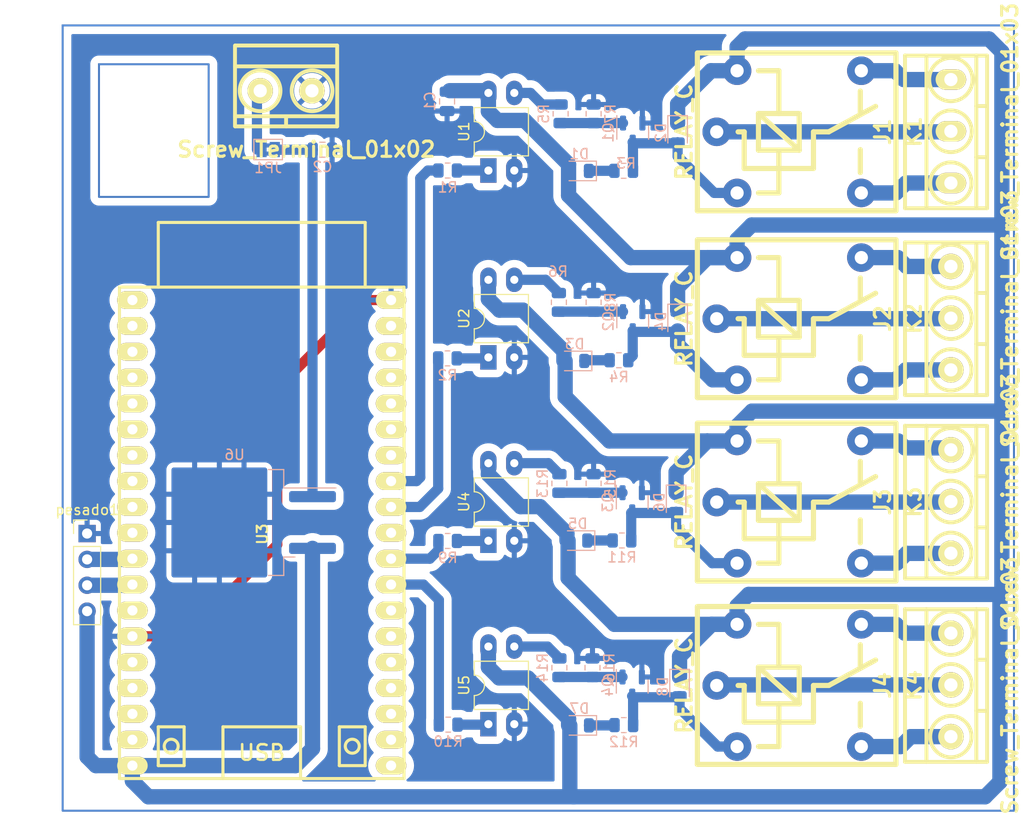
<source format=kicad_pcb>
(kicad_pcb (version 20221018) (generator pcbnew)
  (layers (0 "F.Cu" signal) (31 "B.Cu" signal) (34 "B.Paste" user) (35 "F.Paste" user) (36 "B.SilkS" user "B.Silkscreen") (37 "F.SilkS" user "F.Silkscreen") (38 "B.Mask" user) (39 "F.Mask" user) (44 "Edge.Cuts" user))
  (net 0 "")
  (net 1 "+5V")
  (net 2 "Net-(D2-A)")
  (net 3 "GND")
  (net 4 "Net-(D4-A)")
  (net 5 "Net-(D6-A)")
  (net 6 "Net-(D8-A)")
  (net 7 "/COM2")
  (net 8 "/NC2")
  (net 9 "/NO2")
  (net 10 "/COM1")
  (net 11 "/NC1")
  (net 12 "/NO1")
  (net 13 "/COM4")
  (net 14 "/NC4")
  (net 15 "/NO4")
  (net 16 "/COM3")
  (net 17 "/NC3")
  (net 18 "/NO3")
  (net 19 "VCC")
  (net 20 "Net-(Q1-G)")
  (net 21 "Net-(Q2-G)")
  (net 22 "Net-(Q3-G)")
  (net 23 "Net-(Q4-G)")
  (net 24 "/IN2")
  (net 25 "Net-(R1-Pad2)")
  (net 26 "/IN1")
  (net 27 "/IN4")
  (net 28 "/IN3")
  (net 54 "Net-(R5-Pad1)")
  (net 57 "/S2")
  (net 58 "/S1")
  (net 59 "Net-(J5-Pin_1)")
  (net 60 "Net-(D1-K)")
  (net 61 "Net-(D3-K)")
  (net 62 "Net-(D5-K)")
  (net 63 "Net-(D7-K)")
  (net 64 "Net-(R9-Pad2)")
  (net 67 "Net-(R2-Pad2)")
  (net 68 "Net-(R6-Pad1)")
  (net 69 "Net-(R10-Pad2)")
  (net 70 "Net-(R13-Pad1)")
  (net 71 "Net-(R14-Pad1)")
  (footprint "EESTN5:DIP-4_PC817" (layer "F.Cu") (at 125.71 65.75125 90)
    (fp_text reference "U1" (at 3.81 -2.39 90) (layer "F.SilkS"))
    (fp_text value "PC817" hide)
    (pad "1" thru_hole rect (at 0 0 90) (size 2.4 1.6) (drill 0.8) (layers "*.Cu" "*.Mask") (net 25 "Net-(R1-Pad2)"))
    (pad "2" thru_hole oval (at 0 2.54 90) (size 2.4 1.6) (drill 0.8) (layers "*.Cu" "*.Mask") (net 3 "GND"))
    (pad "3" thru_hole oval (at 7.62 2.54 90) (size 2.4 1.6) (drill 0.8) (layers "*.Cu" "*.Mask") (net 54 "Net-(R5-Pad1)"))
    (pad "4" thru_hole oval (at 7.62 0 90) (size 2.4 1.6) (drill 0.8) (layers "*.Cu" "*.Mask") (net 1 "+5V"))
  )
  (footprint "EESTN5:DIP-4_PC817" (layer "F.Cu") (at 125.71 102.11 90)
    (fp_text reference "U4" (at 3.81 -2.39 90) (layer "F.SilkS"))
    (fp_text value "PC817" hide)
    (pad "1" thru_hole rect (at 0 0 90) (size 2.4 1.6) (drill 0.8) (layers "*.Cu" "*.Mask") (net 64 "Net-(R9-Pad2)"))
    (pad "2" thru_hole oval (at 0 2.54 90) (size 2.4 1.6) (drill 0.8) (layers "*.Cu" "*.Mask") (net 3 "GND"))
    (pad "3" thru_hole oval (at 7.62 2.54 90) (size 2.4 1.6) (drill 0.8) (layers "*.Cu" "*.Mask") (net 70 "Net-(R13-Pad1)"))
    (pad "4" thru_hole oval (at 7.62 0 90) (size 2.4 1.6) (drill 0.8) (layers "*.Cu" "*.Mask") (net 1 "+5V"))
  )
  (footprint "EESTN5:Relay_C" (layer "F.Cu") (at 156.23 80.302 90)
    (fp_text reference "K2" (at 0 11.2 90) (layer "F.SilkS") (effects (font (size 1.524 1.524) (thickness 0.3048))))
    (fp_text value "RELAY_C" (at 0 -11.3 90) (layer "F.SilkS") (effects (font (size 1.524 1.524) (thickness 0.3048))))
    (pad "1" thru_hole circle (at 0 -8.1 90) (size 2.8 2.8) (drill 1.3) (layers "*.Cu" "*.Mask") (net 7 "/COM2"))
    (pad "2" thru_hole circle (at -6 -6.1 90) (size 2.8 2.8) (drill 1.3) (layers "*.Cu" "*.Mask") (net 4 "Net-(D4-A)"))
    (pad "3" thru_hole circle (at -6 6.1 90) (size 2.8 2.8) (drill 1.3) (layers "*.Cu" "*.Mask") (net 9 "/NO2"))
    (pad "4" thru_hole circle (at 6 6.1 90) (size 2.8 2.8) (drill 1.3) (layers "*.Cu" "*.Mask") (net 8 "/NC2"))
    (pad "5" thru_hole circle (at 6 -6.1 90) (size 2.8 2.8) (drill 1.3) (layers "*.Cu" "*.Mask") (net 1 "+5V"))
  )
  (footprint "EESTN5:Relay_C" (layer "F.Cu") (at 156.23 61.95125 90)
    (fp_text reference "K1" (at 0 11.2 90) (layer "F.SilkS") (effects (font (size 1.524 1.524) (thickness 0.3048))))
    (fp_text value "RELAY_C" (at 0 -11.3 90) (layer "F.SilkS") (effects (font (size 1.524 1.524) (thickness 0.3048))))
    (pad "1" thru_hole circle (at 0 -8.1 90) (size 2.8 2.8) (drill 1.3) (layers "*.Cu" "*.Mask") (net 10 "/COM1"))
    (pad "2" thru_hole circle (at -6 -6.1 90) (size 2.8 2.8) (drill 1.3) (layers "*.Cu" "*.Mask") (net 2 "Net-(D2-A)"))
    (pad "3" thru_hole circle (at -6 6.1 90) (size 2.8 2.8) (drill 1.3) (layers "*.Cu" "*.Mask") (net 12 "/NO1"))
    (pad "4" thru_hole circle (at 6 6.1 90) (size 2.8 2.8) (drill 1.3) (layers "*.Cu" "*.Mask") (net 11 "/NC1"))
    (pad "5" thru_hole circle (at 6 -6.1 90) (size 2.8 2.8) (drill 1.3) (layers "*.Cu" "*.Mask") (net 1 "+5V"))
  )
  (footprint "EESTN5:BORNERA3_AZUL" (layer "F.Cu") (at 171.12625 116.26475 90)
    (fp_text reference "J4" (at -0.05 -6.7 90) (layer "F.SilkS") (effects (font (size 1.5 1.5) (thickness 0.3))))
    (fp_text value "Screw_Terminal_01x03" (at -0.05 5.8 90) (layer "F.SilkS") (effects (font (size 1.5 1.5) (thickness 0.3))))
    (pad "1" thru_hole circle (at -5.08 0 90) (size 2.5 2.5) (drill 1.3) (layers "*.Cu" "*.Mask" "F.SilkS") (net 15 "/NO4"))
    (pad "2" thru_hole circle (at 0 0 90) (size 2.5 2.5) (drill 1.3) (layers "*.Cu" "*.Mask" "F.SilkS") (net 13 "/COM4"))
    (pad "3" thru_hole circle (at 5.08 0 90) (size 2.5 2.5) (drill 1.3) (layers "*.Cu" "*.Mask" "F.SilkS") (net 14 "/NC4"))
  )
  (footprint "EESTN5.3dshapes:alaisonmi" (layer "F.Cu") (at 92.377274 62.783628)
    (fp_text reference "JP2" hide)
    (fp_text value "Jumper_3_Bridged12" hide)
  )
  (footprint "EESTN5:DIP-4_PC817" (layer "F.Cu") (at 125.71 120.118 90)
    (fp_text reference "U5" (at 3.81 -2.39 90) (layer "F.SilkS"))
    (fp_text value "PC817" hide)
    (pad "1" thru_hole rect (at 0 0 90) (size 2.4 1.6) (drill 0.8) (layers "*.Cu" "*.Mask") (net 69 "Net-(R10-Pad2)"))
    (pad "2" thru_hole oval (at 0 2.54 90) (size 2.4 1.6) (drill 0.8) (layers "*.Cu" "*.Mask") (net 3 "GND"))
    (pad "3" thru_hole oval (at 7.62 2.54 90) (size 2.4 1.6) (drill 0.8) (layers "*.Cu" "*.Mask") (net 71 "Net-(R14-Pad1)"))
    (pad "4" thru_hole oval (at 7.62 0 90) (size 2.4 1.6) (drill 0.8) (layers "*.Cu" "*.Mask") (net 1 "+5V"))
  )
  (footprint "EESTN5:Relay_C" (layer "F.Cu") (at 156.23 116.318 90)
    (fp_text reference "K4" (at 0 11.2 90) (layer "F.SilkS") (effects (font (size 1.524 1.524) (thickness 0.3048))))
    (fp_text value "RELAY_C" (at 0 -11.3 90) (layer "F.SilkS") (effects (font (size 1.524 1.524) (thickness 0.3048))))
    (pad "1" thru_hole circle (at 0 -8.1 90) (size 2.8 2.8) (drill 1.3) (layers "*.Cu" "*.Mask") (net 13 "/COM4"))
    (pad "2" thru_hole circle (at -6 -6.1 90) (size 2.8 2.8) (drill 1.3) (layers "*.Cu" "*.Mask") (net 6 "Net-(D8-A)"))
    (pad "3" thru_hole circle (at -6 6.1 90) (size 2.8 2.8) (drill 1.3) (layers "*.Cu" "*.Mask") (net 15 "/NO4"))
    (pad "4" thru_hole circle (at 6 6.1 90) (size 2.8 2.8) (drill 1.3) (layers "*.Cu" "*.Mask") (net 14 "/NC4"))
    (pad "5" thru_hole circle (at 6 -6.1 90) (size 2.8 2.8) (drill 1.3) (layers "*.Cu" "*.Mask") (net 1 "+5V"))
  )
  (footprint "EESTN5:BORNERA3_AZUL" (layer "F.Cu") (at 171.12625 98.25675 90)
    (fp_text reference "J3" (at -0.05 -6.7 90) (layer "F.SilkS") (effects (font (size 1.5 1.5) (thickness 0.3))))
    (fp_text value "Screw_Terminal_01x03" (at -0.05 5.8 90) (layer "F.SilkS") (effects (font (size 1.5 1.5) (thickness 0.3))))
    (pad "1" thru_hole circle (at -5.08 0 90) (size 2.5 2.5) (drill 1.3) (layers "*.Cu" "*.Mask" "F.SilkS") (net 18 "/NO3"))
    (pad "2" thru_hole circle (at 0 0 90) (size 2.5 2.5) (drill 1.3) (layers "*.Cu" "*.Mask" "F.SilkS") (net 16 "/COM3"))
    (pad "3" thru_hole circle (at 5.08 0 90) (size 2.5 2.5) (drill 1.3) (layers "*.Cu" "*.Mask" "F.SilkS") (net 17 "/NC3"))
  )
  (footprint "EESTN5:BORNERA2_AZUL" (layer "F.Cu") (at 105.84 57.92)
    (fp_text reference "J5" hide)
    (fp_text value "Screw_Terminal_01x02" (at 1.99 5.75575) (layer "F.SilkS") (effects (font (size 1.5 1.5) (thickness 0.3))))
    (pad "1" thru_hole circle (at -2.54 0) (size 2.5 2.5) (drill 1.3) (layers "*.Cu" "*.Mask" "F.SilkS") (net 59 "Net-(J5-Pin_1)"))
    (pad "2" thru_hole circle (at 2.54 0) (size 2.5 2.5) (drill 1.3) (layers "*.Cu" "*.Mask" "F.SilkS") (net 3 "GND"))
  )
  (footprint "EESTN5:Relay_C" (layer "F.Cu") (at 156.23 98.31 90)
    (fp_text reference "K3" (at 0 11.2 90) (layer "F.SilkS") (effects (font (size 1.524 1.524) (thickness 0.3048))))
    (fp_text value "RELAY_C" (at 0 -11.3 90) (layer "F.SilkS") (effects (font (size 1.524 1.524) (thickness 0.3048))))
    (pad "1" thru_hole circle (at 0 -8.1 90) (size 2.8 2.8) (drill 1.3) (layers "*.Cu" "*.Mask") (net 16 "/COM3"))
    (pad "2" thru_hole circle (at -6 -6.1 90) (size 2.8 2.8) (drill 1.3) (layers "*.Cu" "*.Mask") (net 5 "Net-(D6-A)"))
    (pad "3" thru_hole circle (at -6 6.1 90) (size 2.8 2.8) (drill 1.3) (layers "*.Cu" "*.Mask") (net 18 "/NO3"))
    (pad "4" thru_hole circle (at 6 6.1 90) (size 2.8 2.8) (drill 1.3) (layers "*.Cu" "*.Mask") (net 17 "/NC3"))
    (pad "5" thru_hole circle (at 6 -6.1 90) (size 2.8 2.8) (drill 1.3) (layers "*.Cu" "*.Mask") (net 1 "+5V"))
  )
  (footprint "EESTN5:DIP-4_PC817" (layer "F.Cu") (at 125.71 84.102 90)
    (fp_text reference "U2" (at 3.81 -2.39 90) (layer "F.SilkS"))
    (fp_text value "PC817" hide)
    (pad "1" thru_hole rect (at 0 0 90) (size 2.4 1.6) (drill 0.8) (layers "*.Cu" "*.Mask") (net 67 "Net-(R2-Pad2)"))
    (pad "2" thru_hole oval (at 0 2.54 90) (size 2.4 1.6) (drill 0.8) (layers "*.Cu" "*.Mask") (net 3 "GND"))
    (pad "3" thru_hole oval (at 7.62 2.54 90) (size 2.4 1.6) (drill 0.8) (layers "*.Cu" "*.Mask") (net 68 "Net-(R6-Pad1)"))
    (pad "4" thru_hole oval (at 7.62 0 90) (size 2.4 1.6) (drill 0.8) (layers "*.Cu" "*.Mask") (net 1 "+5V"))
  )
  (footprint "EESTN5:BORNERA3_AZUL" (layer "F.Cu") (at 171.12625 61.898 90)
    (fp_text reference "J1" (at -0.05 -6.7 90) (layer "F.SilkS") (effects (font (size 1.5 1.5) (thickness 0.3))))
    (fp_text value "Screw_Terminal_01x03" (at -0.05 5.8 90) (layer "F.SilkS") (effects (font (size 1.5 1.5) (thickness 0.3))))
    (pad "1" thru_hole oval (at -5.08 0 90) (size 2 3) (drill 1.3) (layers "*.Cu" "*.Mask" "F.SilkS") (net 12 "/NO1"))
    (pad "2" thru_hole oval (at 0 0 90) (size 2 3) (drill 1.3) (layers "*.Cu" "*.Mask" "F.SilkS") (net 10 "/COM1"))
    (pad "3" thru_hole oval (at 5.08 0 90) (size 2 3) (drill 1.3) (layers "*.Cu" "*.Mask" "F.SilkS") (net 11 "/NC1"))
  )
  (footprint "EESTN5:ESP32_DEVKITC" (layer "F.Cu") (at 103.45 101.33 -90)
    (fp_text reference "U3" (at 0.127 -0.0635 90) (layer "F.SilkS") (effects (font (size 1.016 1.016) (thickness 0.2032))))
    (fp_text value "ESP32_DEVKITC" hide)
    (fp_text user "USB" (at 21.59 0) (layer "F.SilkS") (effects (font (size 1.524 1.524) (thickness 0.254))))
    (pad "1" thru_hole oval (at -22.86 12.7 270) (size 1.75 3) (drill 1) (layers "*.Cu" "*.Mask" "F.SilkS"))
    (pad "2" thru_hole oval (at -20.32 12.7 270) (size 1.75 3) (drill 1) (layers "*.Cu" "*.Mask" "F.SilkS"))
    (pad "3" thru_hole oval (at -17.78 12.7 270) (size 1.75 3) (drill 1) (layers "*.Cu" "*.Mask" "F.SilkS"))
    (pad "4" thru_hole oval (at -15.24 12.7 270) (size 1.75 3) (drill 1) (layers "*.Cu" "*.Mask" "F.SilkS"))
    (pad "5" thru_hole oval (at -12.7 12.7 270) (size 1.75 3) (drill 1) (layers "*.Cu" "*.Mask" "F.SilkS"))
    (pad "6" thru_hole oval (at -10.16 12.7 270) (size 1.75 3) (drill 1) (layers "*.Cu" "*.Mask" "F.SilkS"))
    (pad "7" thru_hole oval (at -7.62 12.7 270) (size 1.75 3) (drill 1) (layers "*.Cu" "*.Mask" "F.SilkS"))
    (pad "8" thru_hole oval (at -5.08 12.7 270) (size 1.75 3) (drill 1) (layers "*.Cu" "*.Mask" "F.SilkS"))
    (pad "9" thru_hole oval (at -2.54 12.7 270) (size 1.75 3) (drill 1) (layers "*.Cu" "*.Mask" "F.SilkS"))
    (pad "10" thru_hole oval (at 0 12.7 270) (size 1.75 3) (drill 1) (layers "*.Cu" "*.Mask" "F.SilkS"))
    (pad "11" thru_hole oval (at 2.54 12.7 270) (size 1.75 3) (drill 1) (layers "*.Cu" "*.Mask" "F.SilkS") (net 57 "/S2"))
    (pad "12" thru_hole oval (at 5.08 12.7 270) (size 1.75 3) (drill 1) (layers "*.Cu" "*.Mask" "F.SilkS") (net 58 "/S1"))
    (pad "13" thru_hole oval (at 7.62 12.7 270) (size 1.75 3) (drill 1) (layers "*.Cu" "*.Mask" "F.SilkS"))
    (pad "14" thru_hole oval (at 10.16 12.7 270) (size 1.75 3) (drill 1) (layers "*.Cu" "*.Mask" "F.SilkS") (net 3 "GND"))
    (pad "15" thru_hole oval (at 12.7 12.7 270) (size 1.75 3) (drill 1) (layers "*.Cu" "*.Mask" "F.SilkS"))
    (pad "16" thru_hole oval (at 15.24 12.7 270) (size 1.75 3) (drill 1) (layers "*.Cu" "*.Mask" "F.SilkS"))
    (pad "17" thru_hole oval (at 17.78 12.7 270) (size 1.75 3) (drill 1) (layers "*.Cu" "*.Mask" "F.SilkS"))
    (pad "18" thru_hole oval (at 20.32 12.7 270) (size 1.75 3) (drill 1) (layers "*.Cu" "*.Mask" "F.SilkS"))
    (pad "19" thru_hole oval (at 22.86 12.7 270) (size 1.75 3) (drill 1) (layers "*.Cu" "*.Mask" "F.SilkS") (net 1 "+5V"))
    (pad "20" thru_hole oval (at 22.86 -12.7 90) (size 1.75 3) (drill 1) (layers "*.Cu" "*.Mask" "F.SilkS"))
    (pad "21" thru_hole oval (at 20.32 -12.7 90) (size 1.75 3) (drill 1) (layers "*.Cu" "*.Mask" "F.SilkS"))
    (pad "22" thru_hole oval (at 17.78 -12.7 90) (size 1.75 3) (drill 1) (layers "*.Cu" "*.Mask" "F.SilkS"))
    (pad "23" thru_hole oval (at 15.24 -12.7 90) (size 1.75 3) (drill 1) (layers "*.Cu" "*.Mask" "F.SilkS"))
    (pad "24" thru_hole oval (at 12.7 -12.7 90) (size 1.75 3) (drill 1) (layers "*.Cu" "*.Mask" "F.SilkS"))
    (pad "25" thru_hole oval (at 10.16 -12.7 90) (size 1.75 3) (drill 1) (layers "*.Cu" "*.Mask" "F.SilkS"))
    (pad "26" thru_hole oval (at 7.62 -12.7 90) (size 1.75 3) (drill 1) (layers "*.Cu" "*.Mask" "F.SilkS"))
    (pad "27" thru_hole oval (at 5.08 -12.7 90) (size 1.75 3) (drill 1) (layers "*.Cu" "*.Mask" "F.SilkS") (net 27 "/IN4"))
    (pad "28" thru_hole oval (at 2.54 -12.7 90) (size 1.75 3) (drill 1) (layers "*.Cu" "*.Mask" "F.SilkS") (net 28 "/IN3"))
    (pad "29" thru_hole oval (at 0 -12.7 90) (size 1.75 3) (drill 1) (layers "*.Cu" "*.Mask" "F.SilkS"))
    (pad "30" thru_hole oval (at -2.54 -12.7 90) (size 1.75 3) (drill 1) (layers "*.Cu" "*.Mask" "F.SilkS") (net 24 "/IN2"))
    (pad "31" thru_hole oval (at -5.08 -12.7 90) (size 1.75 3) (drill 1) (layers "*.Cu" "*.Mask" "F.SilkS") (net 26 "/IN1"))
    (pad "32" thru_hole oval (at -7.62 -12.7 90) (size 1.75 3) (drill 1) (layers "*.Cu" "*.Mask" "F.SilkS"))
    (pad "33" thru_hole oval (at -10.16 -12.7 90) (size 1.75 3) (drill 1) (layers "*.Cu" "*.Mask" "F.SilkS"))
    (pad "34" thru_hole oval (at -12.7 -12.7 90) (size 1.75 3) (drill 1) (layers "*.Cu" "*.Mask" "F.SilkS"))
    (pad "35" thru_hole oval (at -15.24 -12.7 90) (size 1.75 3) (drill 1) (layers "*.Cu" "*.Mask" "F.SilkS"))
    (pad "36" thru_hole oval (at -17.78 -12.7 90) (size 1.75 3) (drill 1) (layers "*.Cu" "*.Mask" "F.SilkS"))
    (pad "37" thru_hole oval (at -20.32 -12.7 90) (size 1.75 3) (drill 1) (layers "*.Cu" "*.Mask" "F.SilkS"))
    (pad "38" thru_hole oval (at -22.86 -12.7 90) (size 1.75 3) (drill 1) (layers "*.Cu" "*.Mask" "F.SilkS") (net 3 "GND"))
  )
  (footprint "Connector_PinHeader_2.54mm:PinHeader_1x04_P2.54mm_Vertical" (layer "F.Cu") (at 86.3 101.4)
    (fp_text reference "pesado1" (at 0 -2.33) (layer "F.SilkS"))
    (fp_text value "Screw_Terminal_01x04")
    (pad "1" thru_hole rect (at 0 0) (size 1.7 1.7) (drill 1) (layers "*.Cu" "*.Mask") (net 3 "GND"))
    (pad "2" thru_hole oval (at 0 2.54) (size 1.7 1.7) (drill 1) (layers "*.Cu" "*.Mask") (net 57 "/S2"))
    (pad "3" thru_hole oval (at 0 5.08) (size 1.7 1.7) (drill 1) (layers "*.Cu" "*.Mask") (net 58 "/S1"))
    (pad "4" thru_hole oval (at 0 7.62) (size 1.7 1.7) (drill 1) (layers "*.Cu" "*.Mask") (net 1 "+5V"))
  )
  (footprint "EESTN5:BORNERA3_AZUL" (layer "F.Cu") (at 171.12625 80.24875 90)
    (fp_text reference "J2" (at -0.05 -6.7 90) (layer "F.SilkS") (effects (font (size 1.5 1.5) (thickness 0.3))))
    (fp_text value "Screw_Terminal_01x03" (at -0.05 5.8 90) (layer "F.SilkS") (effects (font (size 1.5 1.5) (thickness 0.3))))
    (pad "1" thru_hole circle (at -5.08 0 90) (size 2.5 2.5) (drill 1.3) (layers "*.Cu" "*.Mask" "F.SilkS") (net 9 "/NO2"))
    (pad "2" thru_hole circle (at 0 0 90) (size 2.5 2.5) (drill 1.3) (layers "*.Cu" "*.Mask" "F.SilkS") (net 7 "/COM2"))
    (pad "3" thru_hole circle (at 5.08 0 90) (size 2.5 2.5) (drill 1.3) (layers "*.Cu" "*.Mask" "F.SilkS") (net 8 "/NC2"))
  )
  (footprint "Diode_SMD:D_0805_2012Metric" (layer "B.Cu") (at 144.29 62.048 -90)
    (fp_text reference "D2" (at 0 1.65 90) (layer "B.SilkS") (effects (justify mirror)))
    (fp_text value "D")
    (pad "1" smd roundrect (at -0.9375 0 270) (size 0.975 1.4) (layers "B.Cu" "B.Paste" "B.Mask") (net 1 "+5V"))
    (pad "2" smd roundrect (at 0.9375 0 270) (size 0.975 1.4) (layers "B.Cu" "B.Paste" "B.Mask") (net 2 "Net-(D2-A)"))
  )
  (footprint "Resistor_SMD:R_0805_2012Metric" (layer "B.Cu") (at 138.525 84.38)
    (fp_text reference "R4" (at 0 1.65) (layer "B.SilkS") (effects (justify mirror)))
    (fp_text value "510")
    (pad "1" smd roundrect (at -0.9125 0) (size 1.025 1.4) (layers "B.Cu" "B.Paste" "B.Mask") (roundrect_rratio 0.243902) (net 61 "Net-(D3-K)"))
    (pad "2" smd roundrect (at 0.9125 0) (size 1.025 1.4) (layers "B.Cu" "B.Paste" "B.Mask") (roundrect_rratio 0.243902) (net 4 "Net-(D4-A)"))
  )
  (footprint "Package_TO_SOT_SMD:SOT-23" (layer "B.Cu") (at 139.88 80.5455 -90)
    (fp_text reference "Q2" (at 0 2.4 90) (layer "B.SilkS") (effects (justify mirror)))
    (fp_text value "2N7002")
    (pad "1" smd roundrect (at -0.9375 0.95 270) (size 1.475 0.6) (layers "B.Cu" "B.Paste" "B.Mask") (net 21 "Net-(Q2-G)"))
    (pad "2" smd roundrect (at -0.9375 -0.95 270) (size 1.475 0.6) (layers "B.Cu" "B.Paste" "B.Mask") (net 3 "GND"))
    (pad "3" smd roundrect (at 0.9375 0 270) (size 1.475 0.6) (layers "B.Cu" "B.Paste" "B.Mask") (net 4 "Net-(D4-A)"))
  )
  (footprint "Resistor_SMD:R_0805_2012Metric" (layer "B.Cu") (at 132.68 114.5755 -90)
    (fp_text reference "R14" (at 0 1.65 90) (layer "B.SilkS") (effects (justify mirror)))
    (fp_text value "510")
    (pad "1" smd roundrect (at -0.9125 0 270) (size 1.025 1.4) (layers "B.Cu" "B.Paste" "B.Mask") (roundrect_rratio 0.243902) (net 71 "Net-(R14-Pad1)"))
    (pad "2" smd roundrect (at 0.9125 0 270) (size 1.025 1.4) (layers "B.Cu" "B.Paste" "B.Mask") (roundrect_rratio 0.243902) (net 23 "Net-(Q4-G)"))
  )
  (footprint "Resistor_SMD:R_0805_2012Metric" (layer "B.Cu") (at 121.7125 102.128)
    (fp_text reference "R9" (at 0 1.65) (layer "B.SilkS") (effects (justify mirror)))
    (fp_text value "1k")
    (pad "1" smd roundrect (at -0.9125 0) (size 1.025 1.4) (layers "B.Cu" "B.Paste" "B.Mask") (roundrect_rratio 0.243902) (net 28 "/IN3"))
    (pad "2" smd roundrect (at 0.9125 0) (size 1.025 1.4) (layers "B.Cu" "B.Paste" "B.Mask") (roundrect_rratio 0.243902) (net 64 "Net-(R9-Pad2)"))
  )
  (footprint "Package_TO_SOT_SMD:SOT-23" (layer "B.Cu") (at 139.88 62.028 -90)
    (fp_text reference "Q1" (at 0 2.4 90) (layer "B.SilkS") (effects (justify mirror)))
    (fp_text value "2N7002")
    (pad "1" smd roundrect (at -0.9375 0.95 270) (size 1.475 0.6) (layers "B.Cu" "B.Paste" "B.Mask") (net 20 "Net-(Q1-G)"))
    (pad "2" smd roundrect (at -0.9375 -0.95 270) (size 1.475 0.6) (layers "B.Cu" "B.Paste" "B.Mask") (net 3 "GND"))
    (pad "3" smd roundrect (at 0.9375 0 270) (size 1.475 0.6) (layers "B.Cu" "B.Paste" "B.Mask") (net 2 "Net-(D2-A)"))
  )
  (footprint "LED_SMD:LED_0805_2012Metric" (layer "B.Cu") (at 134.1825 84.45 180)
    (fp_text reference "D3" (at 0 1.65) (layer "B.SilkS") (effects (justify mirror)))
    (fp_text value "LED")
    (pad "1" smd roundrect (at -0.9375 0 180) (size 0.975 1.4) (layers "B.Cu" "B.Paste" "B.Mask") (net 61 "Net-(D3-K)"))
    (pad "2" smd roundrect (at 0.9375 0 180) (size 0.975 1.4) (layers "B.Cu" "B.Paste" "B.Mask") (net 1 "+5V"))
  )
  (footprint "Resistor_SMD:R_0805_2012Metric" (layer "B.Cu") (at 136.04 78.6955 90)
    (fp_text reference "R8" (at 0 1.65 90) (layer "B.SilkS") (effects (justify mirror)))
    (fp_text value "1K")
    (pad "1" smd roundrect (at -0.9125 0 90) (size 1.025 1.4) (layers "B.Cu" "B.Paste" "B.Mask") (roundrect_rratio 0.243902) (net 21 "Net-(Q2-G)"))
    (pad "2" smd roundrect (at 0.9125 0 90) (size 1.025 1.4) (layers "B.Cu" "B.Paste" "B.Mask") (roundrect_rratio 0.243902) (net 3 "GND"))
  )
  (footprint "Resistor_SMD:R_0805_2012Metric" (layer "B.Cu") (at 121.76 120.168)
    (fp_text reference "R10" (at 0 1.65) (layer "B.SilkS") (effects (justify mirror)))
    (fp_text value "1k")
    (pad "1" smd roundrect (at -0.9125 0) (size 1.025 1.4) (layers "B.Cu" "B.Paste" "B.Mask") (roundrect_rratio 0.243902) (net 27 "/IN4"))
    (pad "2" smd roundrect (at 0.9125 0) (size 1.025 1.4) (layers "B.Cu" "B.Paste" "B.Mask") (roundrect_rratio 0.243902) (net 69 "Net-(R10-Pad2)"))
  )
  (footprint "Resistor_SMD:R_0805_2012Metric" (layer "B.Cu") (at 132.68 96.48 -90)
    (fp_text reference "R13" (at 0 1.65 90) (layer "B.SilkS") (effects (justify mirror)))
    (fp_text value "510")
    (pad "1" smd roundrect (at -0.9125 0 270) (size 1.025 1.4) (layers "B.Cu" "B.Paste" "B.Mask") (roundrect_rratio 0.243902) (net 70 "Net-(R13-Pad1)"))
    (pad "2" smd roundrect (at 0.9125 0 270) (size 1.025 1.4) (layers "B.Cu" "B.Paste" "B.Mask") (roundrect_rratio 0.243902) (net 22 "Net-(Q3-G)"))
  )
  (footprint "Resistor_SMD:R_0805_2012Metric" (layer "B.Cu") (at 132.63 78.6955 -90)
    (fp_text reference "R6" (at -3.0225 0.09) (layer "B.SilkS") (effects (justify mirror)))
    (fp_text value "510")
    (pad "1" smd roundrect (at -0.9125 0 270) (size 1.025 1.4) (layers "B.Cu" "B.Paste" "B.Mask") (roundrect_rratio 0.243902) (net 68 "Net-(R6-Pad1)"))
    (pad "2" smd roundrect (at 0.9125 0 270) (size 1.025 1.4) (layers "B.Cu" "B.Paste" "B.Mask") (roundrect_rratio 0.243902) (net 21 "Net-(Q2-G)"))
  )
  (footprint "LED_SMD:LED_0805_2012Metric" (layer "B.Cu") (at 134.6425 120.24 180)
    (fp_text reference "D7" (at 0 1.65) (layer "B.SilkS") (effects (justify mirror)))
    (fp_text value "LED")
    (pad "1" smd roundrect (at -0.9375 0 180) (size 0.975 1.4) (layers "B.Cu" "B.Paste" "B.Mask") (net 63 "Net-(D7-K)"))
    (pad "2" smd roundrect (at 0.9375 0 180) (size 0.975 1.4) (layers "B.Cu" "B.Paste" "B.Mask") (net 1 "+5V"))
  )
  (footprint "Package_TO_SOT_SMD:SOT-23" (layer "B.Cu") (at 139.83 116.4255 -90)
    (fp_text reference "Q4" (at 0 2.4 90) (layer "B.SilkS") (effects (justify mirror)))
    (fp_text value "2N7002")
    (pad "1" smd roundrect (at -0.9375 0.95 270) (size 1.475 0.6) (layers "B.Cu" "B.Paste" "B.Mask") (net 23 "Net-(Q4-G)"))
    (pad "2" smd roundrect (at -0.9375 -0.95 270) (size 1.475 0.6) (layers "B.Cu" "B.Paste" "B.Mask") (net 3 "GND"))
    (pad "3" smd roundrect (at 0.9375 0 270) (size 1.475 0.6) (layers "B.Cu" "B.Paste" "B.Mask") (net 6 "Net-(D8-A)"))
  )
  (footprint "Capacitor_SMD:C_0805_2012Metric" (layer "B.Cu") (at 121.65 58.96 -90)
    (fp_text reference "C1" (at 0 1.68 90) (layer "B.SilkS") (effects (justify mirror)))
    (fp_text value "u0.1")
    (pad "1" smd roundrect (at -0.95 0 270) (size 1 1.45) (layers "B.Cu" "B.Paste" "B.Mask") (net 1 "+5V"))
    (pad "2" smd roundrect (at 0.95 0 270) (size 1 1.45) (layers "B.Cu" "B.Paste" "B.Mask") (net 3 "GND"))
  )
  (footprint "Diode_SMD:D_0805_2012Metric" (layer "B.Cu") (at 144.29 80.5655 -90)
    (fp_text reference "D4" (at 0 1.65 90) (layer "B.SilkS") (effects (justify mirror)))
    (fp_text value "D")
    (pad "1" smd roundrect (at -0.9375 0 270) (size 0.975 1.4) (layers "B.Cu" "B.Paste" "B.Mask") (net 1 "+5V"))
    (pad "2" smd roundrect (at 0.9375 0 270) (size 0.975 1.4) (layers "B.Cu" "B.Paste" "B.Mask") (net 4 "Net-(D4-A)"))
  )
  (footprint "Capacitor_SMD:C_0805_2012Metric" (layer "B.Cu") (at 109.41 63.71)
    (fp_text reference "C2" (at 0 1.68) (layer "B.SilkS") (effects (justify mirror)))
    (fp_text value "u0.1")
    (pad "1" smd roundrect (at -0.95 0) (size 1 1.45) (layers "B.Cu" "B.Paste" "B.Mask") (net 19 "VCC"))
    (pad "2" smd roundrect (at 0.95 0) (size 1 1.45) (layers "B.Cu" "B.Paste" "B.Mask") (net 3 "GND"))
  )
  (footprint "Resistor_SMD:R_0805_2012Metric" (layer "B.Cu") (at 136.04 96.48 90)
    (fp_text reference "R15" (at 0 1.65 90) (layer "B.SilkS") (effects (justify mirror)))
    (fp_text value "1K")
    (pad "1" smd roundrect (at -0.9125 0 90) (size 1.025 1.4) (layers "B.Cu" "B.Paste" "B.Mask") (roundrect_rratio 0.243902) (net 22 "Net-(Q3-G)"))
    (pad "2" smd roundrect (at 0.9125 0 90) (size 1.025 1.4) (layers "B.Cu" "B.Paste" "B.Mask") (roundrect_rratio 0.243902) (net 3 "GND"))
  )
  (footprint "Diode_SMD:D_0805_2012Metric" (layer "B.Cu") (at 144.48 116.4255 -90)
    (fp_text reference "D8" (at 0 1.65 90) (layer "B.SilkS") (effects (justify mirror)))
    (fp_text value "D")
    (pad "1" smd roundrect (at -0.9375 0 270) (size 0.975 1.4) (layers "B.Cu" "B.Paste" "B.Mask") (net 1 "+5V"))
    (pad "2" smd roundrect (at 0.9375 0 270) (size 0.975 1.4) (layers "B.Cu" "B.Paste" "B.Mask") (net 6 "Net-(D8-A)"))
  )
  (footprint "Jumper:SolderJumper-2_P1.3mm_Bridged2Bar_Pad1.0x1.5mm" (layer "B.Cu") (at 104.08 63.69)
    (fp_text reference "JP1" (at 0 1.8) (layer "B.SilkS") (effects (justify mirror)))
    (fp_text value "Jumper_2_Bridged")
    (fp_poly (pts (xy -0.25 -0.2) (xy 0.25 -0.2) (xy 0.25 -0.6) (xy -0.25 -0.6)) (fill solid) (layer "B.Cu"))
    (fp_poly (pts (xy -0.25 0.6) (xy 0.25 0.6) (xy 0.25 0.2) (xy -0.25 0.2)) (fill solid) (layer "B.Cu"))
    (pad "1" smd rect (at -0.65 0) (size 1 1.5) (layers "B.Cu" "B.Mask") (net 59 "Net-(J5-Pin_1)"))
    (pad "2" smd rect (at 0.65 0) (size 1 1.5) (layers "B.Cu" "B.Mask") (net 19 "VCC"))
  )
  (footprint "Resistor_SMD:R_0805_2012Metric" (layer "B.Cu") (at 121.71 65.75125)
    (fp_text reference "R1" (at 0 1.65) (layer "B.SilkS") (effects (justify mirror)))
    (fp_text value "1k")
    (pad "1" smd roundrect (at -0.9125 0) (size 1.025 1.4) (layers "B.Cu" "B.Paste" "B.Mask") (roundrect_rratio 0.243902) (net 26 "/IN1"))
    (pad "2" smd roundrect (at 0.9125 0) (size 1.025 1.4) (layers "B.Cu" "B.Paste" "B.Mask") (roundrect_rratio 0.243902) (net 25 "Net-(R1-Pad2)"))
  )
  (footprint "Resistor_SMD:R_0805_2012Metric" (layer "B.Cu") (at 121.69 84.198)
    (fp_text reference "R2" (at 0 1.65) (layer "B.SilkS") (effects (justify mirror)))
    (fp_text value "1k")
    (pad "1" smd roundrect (at -0.9125 0) (size 1.025 1.4) (layers "B.Cu" "B.Paste" "B.Mask") (roundrect_rratio 0.243902) (net 24 "/IN2"))
    (pad "2" smd roundrect (at 0.9125 0) (size 1.025 1.4) (layers "B.Cu" "B.Paste" "B.Mask") (roundrect_rratio 0.243902) (net 67 "Net-(R2-Pad2)"))
  )
  (footprint "Resistor_SMD:R_0805_2012Metric" (layer "B.Cu") (at 138.9925 65.78)
    (fp_text reference "R3" (at 0.227064 -0.735) (layer "B.SilkS") (effects (justify mirror)))
    (fp_text value "510")
    (pad "1" smd roundrect (at -0.9125 0) (size 1.025 1.4) (layers "B.Cu" "B.Paste" "B.Mask") (roundrect_rratio 0.243902) (net 60 "Net-(D1-K)"))
    (pad "2" smd roundrect (at 0.9125 0) (size 1.025 1.4) (layers "B.Cu" "B.Paste" "B.Mask") (roundrect_rratio 0.243902) (net 2 "Net-(D2-A)"))
  )
  (footprint "Resistor_SMD:R_0805_2012Metric" (layer "B.Cu") (at 139.005 120.21)
    (fp_text reference "R12" (at 0 1.65) (layer "B.SilkS") (effects (justify mirror)))
    (fp_text value "510")
    (pad "1" smd roundrect (at -0.9125 0) (size 1.025 1.4) (layers "B.Cu" "B.Paste" "B.Mask") (roundrect_rratio 0.243902) (net 63 "Net-(D7-K)"))
    (pad "2" smd roundrect (at 0.9125 0) (size 1.025 1.4) (layers "B.Cu" "B.Paste" "B.Mask") (roundrect_rratio 0.243902) (net 6 "Net-(D8-A)"))
  )
  (footprint "Diode_SMD:D_0805_2012Metric" (layer "B.Cu") (at 144.14 98.33 -90)
    (fp_text reference "D6" (at 0 1.65 90) (layer "B.SilkS") (effects (justify mirror)))
    (fp_text value "D")
    (pad "1" smd roundrect (at -0.9375 0 270) (size 0.975 1.4) (layers "B.Cu" "B.Paste" "B.Mask") (net 1 "+5V"))
    (pad "2" smd roundrect (at 0.9375 0 270) (size 0.975 1.4) (layers "B.Cu" "B.Paste" "B.Mask") (net 5 "Net-(D6-A)"))
  )
  (footprint "Package_TO_SOT_SMD:TO-263-2" (layer "B.Cu") (at 100.785 100.315 180)
    (fp_text reference "U6" (at 0 6.65) (layer "B.SilkS") (effects (justify mirror)))
    (fp_text value "LM7805_TO220")
    (pad "1" smd roundrect (at -7.65 2.54 180) (size 4.6 1.1) (layers "B.Cu" "B.Paste" "B.Mask") (roundrect_rratio 0.227273) (net 19 "VCC"))
    (pad "2" smd roundrect (at -0.925 -2.775 180) (size 4.55 5.25) (layers "B.Cu" "B.Paste") (roundrect_rratio 0.054945) (net 3 "GND"))
    (pad "2" smd roundrect (at -0.925 2.775 180) (size 4.55 5.25) (layers "B.Cu" "B.Paste") (roundrect_rratio 0.054945) (net 3 "GND"))
    (pad "2" smd roundrect (at 1.5 0 180) (size 9.4 10.8) (layers "B.Cu" "B.Mask") (roundrect_rratio 0.026596) (net 3 "GND"))
    (pad "2" smd roundrect (at 3.925 -2.775 180) (size 4.55 5.25) (layers "B.Cu" "B.Paste") (roundrect_rratio 0.054945) (net 3 "GND"))
    (pad "2" smd roundrect (at 3.925 2.775 180) (size 4.55 5.25) (layers "B.Cu" "B.Paste") (roundrect_rratio 0.054945) (net 3 "GND"))
    (pad "3" smd roundrect (at -7.65 -2.54 180) (size 4.6 1.1) (layers "B.Cu" "B.Paste" "B.Mask") (roundrect_rratio 0.227273) (net 1 "+5V"))
  )
  (footprint "Resistor_SMD:R_0805_2012Metric" (layer "B.Cu") (at 135.93 114.5755 90)
    (fp_text reference "R16" (at 0 1.65 90) (layer "B.SilkS") (effects (justify mirror)))
    (fp_text value "1K")
    (pad "1" smd roundrect (at -0.9125 0 90) (size 1.025 1.4) (layers "B.Cu" "B.Paste" "B.Mask") (roundrect_rratio 0.243902) (net 23 "Net-(Q4-G)"))
    (pad "2" smd roundrect (at 0.9125 0 90) (size 1.025 1.4) (layers "B.Cu" "B.Paste" "B.Mask") (roundrect_rratio 0.243902) (net 3 "GND"))
  )
  (footprint "LED_SMD:LED_0805_2012Metric" (layer "B.Cu") (at 134.63 65.79 180)
    (fp_text reference "D1" (at 0 1.65) (layer "B.SilkS") (effects (justify mirror)))
    (fp_text value "LED")
    (pad "1" smd roundrect (at -0.9375 0 180) (size 0.975 1.4) (layers "B.Cu" "B.Paste" "B.Mask") (net 60 "Net-(D1-K)"))
    (pad "2" smd roundrect (at 0.9375 0 180) (size 0.975 1.4) (layers "B.Cu" "B.Paste" "B.Mask") (net 1 "+5V"))
  )
  (footprint "Resistor_SMD:R_0805_2012Metric" (layer "B.Cu") (at 136.04 60.178 90)
    (fp_text reference "R7" (at 0 1.65 90) (layer "B.SilkS") (effects (justify mirror)))
    (fp_text value "1K")
    (pad "1" smd roundrect (at -0.9125 0 90) (size 1.025 1.4) (layers "B.Cu" "B.Paste" "B.Mask") (roundrect_rratio 0.243902) (net 20 "Net-(Q1-G)"))
    (pad "2" smd roundrect (at 0.9125 0 90) (size 1.025 1.4) (layers "B.Cu" "B.Paste" "B.Mask") (roundrect_rratio 0.243902) (net 3 "GND"))
  )
  (footprint "LED_SMD:LED_0805_2012Metric" (layer "B.Cu") (at 134.4725 102.09 180)
    (fp_text reference "D5" (at 0 1.65) (layer "B.SilkS") (effects (justify mirror)))
    (fp_text value "LED")
    (pad "1" smd roundrect (at -0.9375 0 180) (size 0.975 1.4) (layers "B.Cu" "B.Paste" "B.Mask") (net 62 "Net-(D5-K)"))
    (pad "2" smd roundrect (at 0.9375 0 180) (size 0.975 1.4) (layers "B.Cu" "B.Paste" "B.Mask") (net 1 "+5V"))
  )
  (footprint "Package_TO_SOT_SMD:SOT-23" (layer "B.Cu") (at 139.83 98.33 -90)
    (fp_text reference "Q3" (at 0 2.4 90) (layer "B.SilkS") (effects (justify mirror)))
    (fp_text value "2N7002")
    (pad "1" smd roundrect (at -0.9375 0.95 270) (size 1.475 0.6) (layers "B.Cu" "B.Paste" "B.Mask") (net 22 "Net-(Q3-G)"))
    (pad "2" smd roundrect (at -0.9375 -0.95 270) (size 1.475 0.6) (layers "B.Cu" "B.Paste" "B.Mask") (net 3 "GND"))
    (pad "3" smd roundrect (at 0.9375 0 270) (size 1.475 0.6) (layers "B.Cu" "B.Paste" "B.Mask") (net 5 "Net-(D6-A)"))
  )
  (footprint "Resistor_SMD:R_0805_2012Metric" (layer "B.Cu") (at 132.8 60.178 -90)
    (fp_text reference "R5" (at 0 1.65 90) (layer "B.SilkS") (effects (justify mirror)))
    (fp_text value "510")
    (pad "1" smd roundrect (at -0.9125 0 270) (size 1.025 1.4) (layers "B.Cu" "B.Paste" "B.Mask") (roundrect_rratio 0.243902) (net 54 "Net-(R5-Pad1)"))
    (pad "2" smd roundrect (at 0.9125 0 270) (size 1.025 1.4) (layers "B.Cu" "B.Paste" "B.Mask") (roundrect_rratio 0.243902) (net 20 "Net-(Q1-G)"))
  )
  (footprint "Resistor_SMD:R_0805_2012Metric" (layer "B.Cu") (at 138.82 102.08)
    (fp_text reference "R11" (at 0 1.65) (layer "B.SilkS") (effects (justify mirror)))
    (fp_text value "510")
    (pad "1" smd roundrect (at -0.9125 0) (size 1.025 1.4) (layers "B.Cu" "B.Paste" "B.Mask") (roundrect_rratio 0.243902) (net 62 "Net-(D5-K)"))
    (pad "2" smd roundrect (at 0.9125 0) (size 1.025 1.4) (layers "B.Cu" "B.Paste" "B.Mask") (roundrect_rratio 0.243902) (net 5 "Net-(D6-A)"))
  )
  (gr_rect (start 87.467274 55.313628) (end 98.237274 68.343628) (stroke (width 0.2)) (fill none) (layer "B.Cu"))
  (gr_rect (start 83.9 51.5) (end 177.32 128.62) (stroke (width 0.2)) (fill none) (layer "B.Cu"))
  (segment (start 125.48875 57.91) (end 121.899874 57.91) (width 1.5) (layer "B.Cu") (net 1))
  (segment (start 151.256 107.38) (end 175.94 107.38) (width 1.5) (layer "B.Cu") (net 1))
  (segment (start 147.56675 55.95125) (end 150.13 55.95125) (width 1.5) (layer "B.Cu") (net 1))
  (segment (start 133.245 87.965) (end 137.59 92.31) (width 1.5) (layer "B.Cu") (net 1))
  (segment (start 144.29 61.1105) (end 144.29 59.228) (width 1.5) (layer "B.Cu") (net 1))
  (segment (start 90.75 125.69) (end 90.75 124.19) (width 1.5) (layer "B.Cu") (net 1))
  (segment (start 144.48 113.468) (end 147.63 110.318) (width 1.5) (layer "B.Cu") (net 1))
  (segment (start 128.864809 98.7575) (end 130.7775 98.7575) (width 1.5) (layer "B.Cu") (net 1))
  (segment (start 150.13 53.61) (end 150.13 55.95125) (width 1.5) (layer "B.Cu") (net 1))
  (segment (start 150.13 108.506) (end 151.256 107.38) (width 1.5) (layer "B.Cu") (net 1))
  (segment (start 176.13 89.65) (end 176.13 71.49) (width 1.5) (layer "B.Cu") (net 1))
  (segment (start 87.16 124.19) (end 90.75 124.19) (width 1.5) (layer "B.Cu") (net 1))
  (segment (start 147.208 74.302) (end 144.29 77.22) (width 1.5) (layer "B.Cu") (net 1))
  (segment (start 144.14 95.368) (end 147.198 92.31) (width 1.5) (layer "B.Cu") (net 1))
  (segment (start 138.088 110.318) (end 150.13 110.318) (width 1.5) (layer "B.Cu") (net 1))
  (segment (start 108.435 122.525) (end 106.77 124.19) (width 1.5) (layer "B.Cu") (net 1))
  (segment (start 150.13 92.31) (end 150.13 90.84) (width 1.5) (layer "B.Cu") (net 1))
  (segment (start 150.13 72.53) (end 151.56 71.1) (width 1.5) (layer "B.Cu") (net 1))
  (segment (start 86.3 109.02) (end 86.3 123.33) (width 1.5) (layer "B.Cu") (net 1))
  (segment (start 137.59 92.31) (end 147.198 92.31) (width 1.5) (layer "B.Cu") (net 1))
  (segment (start 175.94 125.79) (end 174.48 127.25) (width 1.5) (layer "B.Cu") (net 1))
  (segment (start 133.535 105.765) (end 138.088 110.318) (width 1.5) (layer "B.Cu") (net 1))
  (segment (start 92.31 127.25) (end 90.75 125.69) (width 1.5) (layer "B.Cu") (net 1))
  (segment (start 144.14 97.3925) (end 144.14 95.368) (width 1.5) (layer "B.Cu") (net 1))
  (segment (start 176.13 71.49) (end 176.13 54.1) (width 1.5) (layer "B.Cu") (net 1))
  (segment (start 129.09 79.46) (end 133.12 83.49) (width 1.5) (layer "B.Cu") (net 1))
  (segment (start 125.71 94.49) (end 125.71 95.602691) (width 1.5) (layer "B.Cu") (net 1))
  (segment (start 144.29 77.22) (end 144.29 79.503) (width 1.5) (layer "B.Cu") (net 1))
  (segment (start 106.77 124.19) (end 90.75 124.19) (width 1.5) (layer "B.Cu") (net 1))
  (segment (start 133.58 68.2) (end 133.58 65.14) (width 1.5) (layer "B.Cu") (net 1))
  (segment (start 150.13 110.318) (end 150.13 108.506) (width 1.5) (layer "B.Cu") (net 1))
  (segment (start 133.12 83.49) (end 133.12 84.45) (width 1.5) (layer "B.Cu") (net 1))
  (segment (start 86.3 123.33) (end 87.16 124.19) (width 1.5) (layer "B.Cu") (net 1))
  (segment (start 108.435 102.855) (end 108.435 122.525) (width 1.5) (layer "B.Cu") (net 1))
  (segment (start 176.13 54.1) (end 174.86 52.83) (width 1.5) (layer "B.Cu") (net 1))
  (segment (start 175.94 107.38) (end 175.94 125.79) (width 1.5) (layer "B.Cu") (net 1))
  (segment (start 125.71 114.53) (end 126.76 115.58) (width 1.5) (layer "B.Cu") (net 1))
  (segment (start 150.13 74.302) (end 150.13 72.53) (width 1.5) (layer "B.Cu") (net 1))
  (segment (start 126.788 79.46) (end 129.09 79.46) (width 1.5) (layer "B.Cu") (net 1))
  (segment (start 126.59125 60.83125) (end 125.71 59.95) (width 1.5) (layer "B.Cu") (net 1))
  (segment (start 144.48 115.488) (end 144.48 113.468) (width 1.5) (layer "B.Cu") (net 1))
  (segment (start 133.58 119.58) (end 133.58 120.24) (width 1.5) (layer "B.Cu") (net 1))
  (segment (start 144.29 59.228) (end 147.56675 55.95125) (width 1.5) (layer "B.Cu") (net 1))
  (segment (start 175.94 107.38) (end 176.13 107.19) (width 1.5) (layer "B.Cu") (net 1))
  (segment (start 139.682 74.302) (end 133.58 68.2) (width 1.5) (layer "B.Cu") (net 1))
  (segment (start 125.71 95.602691) (end 128.864809 98.7575) (width 1.5) (layer "B.Cu") (net 1))
  (segment (start 126.76 115.58) (end 129.58 115.58) (width 1.5) (layer "B.Cu") (net 1))
  (segment (start 150.91 52.83) (end 150.13 53.61) (width 1.5) (layer "B.Cu") (net 1))
  (segment (start 147.63 110.318) (end 150.13 110.318) (width 1.5) (layer "B.Cu") (net 1))
  (segment (start 129.58 115.58) (end 133.58 119.58) (width 1.5) (layer "B.Cu") (net 1))
  (segment (start 174.48 127.25) (end 134.08 127.25) (width 1.5) (layer "B.Cu") (net 1))
  (segment (start 129.27125 60.83125) (end 126.59125 60.83125) (width 1.5) (layer "B.Cu") (net 1))
  (segment (start 175.86 89.38) (end 176.13 89.65) (width 1.5) (layer "B.Cu") (net 1))
  (segment (start 125.71 112.498) (end 125.71 114.53) (width 1.5) (layer "B.Cu") (net 1))
  (segment (start 134.08 127.25) (end 92.31 127.25) (width 1.5) (layer "B.Cu") (net 1))
  (segment (start 125.71 58.13125) (end 125.48875 57.91) (width 1.5) (layer "B.Cu") (net 1))
  (segment (start 133.705 126.875) (end 134.08 127.25) (width 1.5) (layer "B.Cu") (net 1))
  (segment (start 133.245 84.45) (end 133.245 87.965) (width 1.5) (layer "B.Cu") (net 1))
  (segment (start 150.13 74.302) (end 139.682 74.302) (width 1.5) (layer "B.Cu") (net 1))
  (segment (start 150.13 74.302) (end 147.208 74.302) (width 1.5) (layer "B.Cu") (net 1))
  (segment (start 147.198 92.31) (end 150.13 92.31) (width 1.5) (layer "B.Cu") (net 1))
  (segment (start 125.71 78.382) (end 126.788 79.46) (width 1.5) (layer "B.Cu") (net 1))
  (segment (start 175.74 71.1) (end 176.13 71.49) (width 1.5) (layer "B.Cu") (net 1))
  (segment (start 151.59 89.38) (end 175.86 89.38) (width 1.5) (layer "B.Cu") (net 1))
  (segment (start 151.56 71.1) (end 175.74 71.1) (width 1.5) (layer "B.Cu") (net 1))
  (segment (start 130.7775 98.7575) (end 133.4225 101.4025) (width 1.5) (layer "B.Cu") (net 1))
  (segment (start 133.4225 101.4025) (end 133.4225 102.09) (width 1.5) (layer "B.Cu") (net 1))
  (segment (start 174.86 52.83) (end 150.91 52.83) (width 1.5) (layer "B.Cu") (net 1))
  (segment (start 125.71 59.95) (end 125.71 58.13125) (width 1.5) (layer "B.Cu") (net 1))
  (segment (start 125.71 76.482) (end 125.71 78.382) (width 1.5) (layer "B.Cu") (net 1))
  (segment (start 133.535 102.09) (end 133.535 105.765) (width 1.5) (layer "B.Cu") (net 1))
  (segment (start 133.58 65.14) (end 129.27125 60.83125) (width 1.5) (layer "B.Cu") (net 1))
  (segment (start 150.13 90.84) (end 151.59 89.38) (width 1.5) (layer "B.Cu") (net 1))
  (segment (start 133.705 120.24) (end 133.705 126.875) (width 1.5) (layer "B.Cu") (net 1))
  (segment (start 176.13 107.19) (end 176.13 89.65) (width 1.5) (layer "B.Cu") (net 1))
  (segment (start 139.905 62.9905) (end 139.88 62.9655) (width 1) (layer "B.Cu") (net 2))
  (segment (start 144.29 64.348) (end 147.89325 67.95125) (width 1) (layer "B.Cu") (net 2))
  (segment (start 139.905 65.78) (end 139.905 62.9905) (width 1) (layer "B.Cu") (net 2))
  (segment (start 144.29 62.9855) (end 144.1975 63.078) (width 1) (layer "B.Cu") (net 2))
  (segment (start 139.9925 63.078) (end 139.88 62.9655) (width 1) (layer "B.Cu") (net 2))
  (segment (start 144.1975 63.078) (end 139.9925 63.078) (width 1) (layer "B.Cu") (net 2))
  (segment (start 144.29 62.9855) (end 144.29 64.348) (width 1) (layer "B.Cu") (net 2))
  (segment (start 147.89325 67.95125) (end 150.13 67.95125) (width 1) (layer "B.Cu") (net 2))
  (segment (start 95.975 111.49) (end 104.97 102.495) (width 1) (layer "F.Cu") (net 3))
  (segment (start 90.75 111.49) (end 95.975 111.49) (width 1) (layer "F.Cu") (net 3))
  (segment (start 104.97 102.495) (end 104.97 87.15) (width 1) (layer "F.Cu") (net 3))
  (segment (start 104.97 87.15) (end 113.65 78.47) (width 1) (layer "F.Cu") (net 3))
  (segment (start 113.65 78.47) (end 116.15 78.47) (width 1) (layer "F.Cu") (net 3))
  (segment (start 150.13 86.302) (end 147.724 86.302) (width 1.5) (layer "B.Cu") (net 4))
  (segment (start 139.9925 81.5955) (end 144.1975 81.5955) (width 1) (layer "B.Cu") (net 4))
  (segment (start 144.29 82.868) (end 144.29 81.503) (width 1.5) (layer "B.Cu") (net 4))
  (segment (start 139.88 83.9375) (end 139.4375 84.38) (width 1) (layer "B.Cu") (net 4))
  (segment (start 147.724 86.302) (end 144.29 82.868) (width 1.5) (layer "B.Cu") (net 4))
  (segment (start 139.88 81.483) (end 139.9925 81.5955) (width 1) (layer "B.Cu") (net 4))
  (segment (start 139.88 81.483) (end 139.88 83.9375) (width 1) (layer "B.Cu") (net 4))
  (segment (start 144.1975 81.5955) (end 144.29 81.503) (width 1) (layer "B.Cu") (net 4))
  (segment (start 144.14 99.2675) (end 144.14 100.768) (width 1) (layer "B.Cu") (net 5))
  (segment (start 144.0275 99.38) (end 144.14 99.2675) (width 1) (layer "B.Cu") (net 5))
  (segment (start 147.682 104.31) (end 150.13 104.31) (width 1) (layer "B.Cu") (net 5))
  (segment (start 144.14 100.768) (end 147.682 104.31) (width 1) (layer "B.Cu") (net 5))
  (segment (start 139.9425 99.38) (end 144.0275 99.38) (width 1) (layer "B.Cu") (net 5))
  (segment (start 139.7325 102.08) (end 139.7325 99.365) (width 1) (layer "B.Cu") (net 5))
  (segment (start 139.7325 99.365) (end 139.83 99.2675) (width 1) (layer "B.Cu") (net 5))
  (segment (start 139.83 99.2675) (end 139.9425 99.38) (width 1) (layer "B.Cu") (net 5))
  (segment (start 139.9425 117.4755) (end 144.3675 117.4755) (width 1) (layer "B.Cu") (net 6))
  (segment (start 139.9175 117.4505) (end 139.83 117.363) (width 1) (layer "B.Cu") (net 6))
  (segment (start 139.9175 120.21) (end 139.9175 117.4505) (width 1) (layer "B.Cu") (net 6))
  (segment (start 148.23 122.318) (end 150.13 122.318) (width 1) (layer "B.Cu") (net 6))
  (segment (start 144.48 117.363) (end 144.48 118.568) (width 1) (layer "B.Cu") (net 6))
  (segment (start 139.83 117.363) (end 139.9425 117.4755) (width 1) (layer "B.Cu") (net 6))
  (segment (start 144.48 118.568) (end 148.23 122.318) (width 1) (layer "B.Cu") (net 6))
  (segment (start 144.3675 117.4755) (end 144.48 117.363) (width 1) (layer "B.Cu") (net 6))
  (segment (start 148.13 80.302) (end 171.073 80.302) (width 1.5) (layer "B.Cu") (net 7))
  (segment (start 171.073 80.302) (end 171.12625 80.24875) (width 1.5) (layer "B.Cu") (net 7))
  (segment (start 165.902 74.302) (end 162.33 74.302) (width 1.5) (layer "B.Cu") (net 8))
  (segment (start 171.12625 75.16875) (end 166.76875 75.16875) (width 1.5) (layer "B.Cu") (net 8))
  (segment (start 166.76875 75.16875) (end 165.902 74.302) (width 1.5) (layer "B.Cu") (net 8))
  (segment (start 166.68125 85.32875) (end 165.708 86.302) (width 1.5) (layer "B.Cu") (net 9))
  (segment (start 171.12625 85.32875) (end 166.68125 85.32875) (width 1.5) (layer "B.Cu") (net 9))
  (segment (start 165.708 86.302) (end 162.33 86.302) (width 1.5) (layer "B.Cu") (net 9))
  (segment (start 171.073 61.95125) (end 171.12625 61.898) (width 1.5) (layer "B.Cu") (net 10))
  (segment (start 148.13 61.95125) (end 171.073 61.95125) (width 1.5) (layer "B.Cu") (net 10))
  (segment (start 165.64125 55.95125) (end 162.33 55.95125) (width 1.5) (layer "B.Cu") (net 11))
  (segment (start 166.508 56.818) (end 165.64125 55.95125) (width 1.5) (layer "B.Cu") (net 11))
  (segment (start 171.12625 56.818) (end 166.508 56.818) (width 1.5) (layer "B.Cu") (net 11))
  (segment (start 165.73875 67.95125) (end 162.33 67.95125) (width 1.5) (layer "B.Cu") (net 12))
  (segment (start 166.712 66.978) (end 165.73875 67.95125) (width 1.5) (layer "B.Cu") (net 12))
  (segment (start 171.12625 66.978) (end 166.712 66.978) (width 1.5) (layer "B.Cu") (net 12))
  (segment (start 148.18325 116.26475) (end 148.13 116.318) (width 1.5) (layer "B.Cu") (net 13))
  (segment (start 171.12625 116.26475) (end 148.18325 116.26475) (width 1.5) (layer "B.Cu") (net 13))
  (segment (start 171.12625 111.18475) (end 166.60475 111.18475) (width 1.5) (layer "B.Cu") (net 14))
  (segment (start 165.738 110.318) (end 162.33 110.318) (width 1.5) (layer "B.Cu") (net 14))
  (segment (start 166.60475 111.18475) (end 165.738 110.318) (width 1.5) (layer "B.Cu") (net 14))
  (segment (start 167.17525 121.34475) (end 166.202 122.318) (width 1.5) (layer "B.Cu") (net 15))
  (segment (start 171.12625 121.34475) (end 167.17525 121.34475) (width 1.5) (layer "B.Cu") (net 15))
  (segment (start 166.202 122.318) (end 162.33 122.318) (width 1.5) (layer "B.Cu") (net 15))
  (segment (start 171.073 98.31) (end 171.12625 98.25675) (width 1.5) (layer "B.Cu") (net 16))
  (segment (start 148.13 98.31) (end 171.073 98.31) (width 1.5) (layer "B.Cu") (net 16))
  (segment (start 166.63 92.99) (end 165.95 92.31) (width 1.5) (layer "B.Cu") (net 17))
  (segment (start 165.95 92.31) (end 162.33 92.31) (width 1.5) (layer "B.Cu") (net 17))
  (segment (start 171.12625 93.17675) (end 170.9395 92.99) (width 1.5) (layer "B.Cu") (net 17))
  (segment (start 170.9395 92.99) (end 166.63 92.99) (width 1.5) (layer "B.Cu") (net 17))
  (segment (start 165.81 104.31) (end 162.33 104.31) (width 1.5) (layer "B.Cu") (net 18))
  (segment (start 171.12625 103.33675) (end 171.113 103.35) (width 1.5) (layer "B.Cu") (net 18))
  (segment (start 171.113 103.35) (end 166.77 103.35) (width 1.5) (layer "B.Cu") (net 18))
  (segment (start 166.77 103.35) (end 165.81 104.31) (width 1.5) (layer "B.Cu") (net 18))
  (segment (start 108.435 97.775) (end 108.435 63.735) (width 1) (layer "B.Cu") (net 19))
  (segment (start 105.18 63.71) (end 105.18 63.69) (width 1) (layer "B.Cu") (net 19))
  (segment (start 108.435 63.735) (end 108.46 63.71) (width 1) (layer "B.Cu") (net 19))
  (segment (start 108.46 63.71) (end 105.18 63.71) (width 1) (layer "B.Cu") (net 19))
  (segment (start 138.93 61.0905) (end 136.32 61.0905) (width 1) (layer "B.Cu") (net 20))
  (segment (start 136.32 61.0905) (end 132.8 61.0905) (width 1) (layer "B.Cu") (net 20))
  (segment (start 132.63 79.608) (end 136.2 79.608) (width 1) (layer "B.Cu") (net 21))
  (segment (start 138.93 79.608) (end 136.2 79.608) (width 1) (layer "B.Cu") (net 21))
  (segment (start 136.04 97.3925) (end 138.88 97.3925) (width 1) (layer "B.Cu") (net 22))
  (segment (start 132.68 97.3925) (end 136.04 97.3925) (width 1) (layer "B.Cu") (net 22))
  (segment (start 132.68 115.488) (end 135.93 115.488) (width 1) (layer "B.Cu") (net 23))
  (segment (start 138.88 115.488) (end 135.93 115.488) (width 1) (layer "B.Cu") (net 23))
  (segment (start 120.7775 84.198) (end 120.7775 96.9825) (width 1) (layer "B.Cu") (net 24))
  (segment (start 118.97 98.79) (end 116.15 98.79) (width 1) (layer "B.Cu") (net 24))
  (segment (start 120.7775 96.9825) (end 118.97 98.79) (width 1) (layer "B.Cu") (net 24))
  (segment (start 122.6225 65.75125) (end 125.71 65.75125) (width 1) (layer "B.Cu") (net 25))
  (segment (start 119.015 95.885) (end 119.015 66.505) (width 1) (layer "B.Cu") (net 26))
  (segment (start 119.76875 65.75125) (end 120.7975 65.75125) (width 1) (layer "B.Cu") (net 26))
  (segment (start 119.015 66.505) (end 119.76875 65.75125) (width 1) (layer "B.Cu") (net 26))
  (segment (start 118.65 96.25) (end 119.015 95.885) (width 1) (layer "B.Cu") (net 26))
  (segment (start 116.15 96.25) (end 118.65 96.25) (width 1) (layer "B.Cu") (net 26))
  (segment (start 119.33 106.41) (end 116.15 106.41) (width 1) (layer "B.Cu") (net 27))
  (segment (start 120.8475 107.9275) (end 119.33 106.41) (width 1) (layer "B.Cu") (net 27))
  (segment (start 120.8475 120.168) (end 120.8475 107.9275) (width 1) (layer "B.Cu") (net 27))
  (segment (start 119.96 103.87) (end 116.15 103.87) (width 1) (layer "B.Cu") (net 28))
  (segment (start 120.8 103.03) (end 119.96 103.87) (width 1) (layer "B.Cu") (net 28))
  (segment (start 120.8 102.128) (end 120.8 103.03) (width 1) (layer "B.Cu") (net 28))
  (segment (start 130.9755 59.2655) (end 132.8 59.2655) (width 1) (layer "B.Cu") (net 54))
  (segment (start 128.25 58.13125) (end 129.84125 58.13125) (width 1) (layer "B.Cu") (net 54))
  (segment (start 129.84125 58.13125) (end 130.9755 59.2655) (width 1) (layer "B.Cu") (net 54))
  (segment (start 90.68 103.94) (end 90.75 103.87) (width 1.5) (layer "B.Cu") (net 57))
  (segment (start 86.3 103.94) (end 90.68 103.94) (width 1.5) (layer "B.Cu") (net 57))
  (segment (start 86.3 106.48) (end 90.68 106.48) (width 1.5) (layer "B.Cu") (net 58))
  (segment (start 90.68 106.48) (end 90.75 106.41) (width 1.5) (layer "B.Cu") (net 58))
  (segment (start 102.98 58.24) (end 102.98 63.69) (width 1) (layer "B.Cu") (net 59))
  (segment (start 103.3 57.92) (end 102.98 58.24) (width 1) (layer "B.Cu") (net 59))
  (segment (start 138.08 65.78) (end 135.58 65.78) (width 1) (layer "B.Cu") (net 60))
  (segment (start 135.58 65.78) (end 135.58 65.79) (width 1) (layer "B.Cu") (net 60))
  (segment (start 135.19 84.38) (end 135.12 84.45) (width 1) (layer "B.Cu") (net 61))
  (segment (start 137.6125 84.38) (end 135.19 84.38) (width 1) (layer "B.Cu") (net 61))
  (segment (start 135.535 102.08) (end 135.535 102.09) (width 1) (layer "B.Cu") (net 62))
  (segment (start 137.9075 102.08) (end 135.535 102.08) (width 1) (layer "B.Cu") (net 62))
  (segment (start 135.58 120.24) (end 138.0625 120.24) (width 1) (layer "B.Cu") (net 63))
  (segment (start 138.0625 120.24) (end 138.0925 120.21) (width 1) (layer "B.Cu") (net 63))
  (segment (start 122.625 102.128) (end 125.692 102.128) (width 1) (layer "B.Cu") (net 64))
  (segment (start 125.692 102.128) (end 125.71 102.11) (width 1) (layer "B.Cu") (net 64))
  (segment (start 122.6025 84.198) (end 125.614 84.198) (width 1) (layer "B.Cu") (net 67))
  (segment (start 125.614 84.198) (end 125.71 84.102) (width 1) (layer "B.Cu") (net 67))
  (segment (start 128.25 76.482) (end 131.329 76.482) (width 1) (layer "B.Cu") (net 68))
  (segment (start 131.329 76.482) (end 132.63 77.783) (width 1) (layer "B.Cu") (net 68))
  (segment (start 125.66 120.168) (end 125.71 120.118) (width 1) (layer "B.Cu") (net 69))
  (segment (start 122.6725 120.168) (end 125.66 120.168) (width 1) (layer "B.Cu") (net 69))
  (segment (start 128.25 94.49) (end 131.6025 94.49) (width 1) (layer "B.Cu") (net 70))
  (segment (start 131.6025 94.49) (end 132.68 95.5675) (width 1) (layer "B.Cu") (net 70))
  (segment (start 131.515 112.498) (end 132.68 113.663) (width 1) (layer "B.Cu") (net 71))
  (segment (start 128.25 112.498) (end 131.515 112.498) (width 1) (layer "B.Cu") (net 71))
  (zone (net 3) (net_name "GND") (layer "B.Cu") (connect_pads (clearance 0.5)) (min_thickness 0.25) (fill yes (thermal_gap 0.5) (thermal_bridge_width 0.5))
    (polygon (pts (xy 83.9 51.5) (xy 177.32 51.5) (xy 177.32 128.62) (xy 83.9 128.62)))
  )
)
</source>
